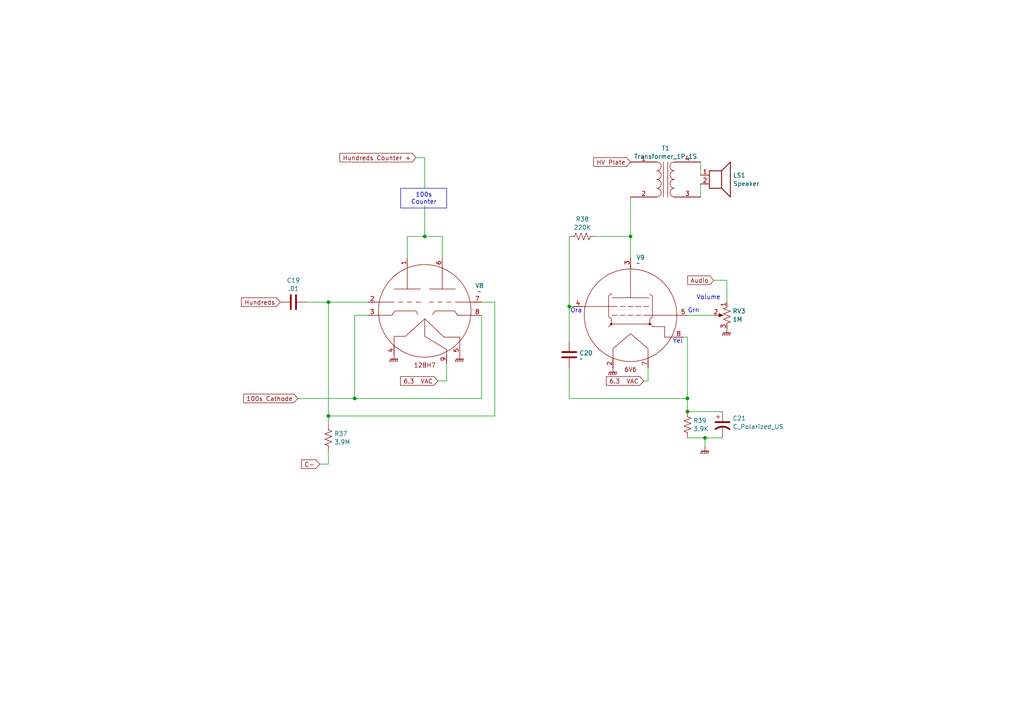
<source format=kicad_sch>
(kicad_sch (version 20250114) (generator "eeschema") (generator_version "9.0")
  (paper "A4")
  (title_block (title "General Scaler-Ratemeter RCR-1 ") (company "Nucleonics Corp of America") (comment 1 "Schematic by Steve Conklin"))
  (lib_symbols
    (symbol "Device:C" (pin_numbers (hide yes)) (pin_names (offset 0.254))
      (property "Reference" "C" (at 0.635 2.54 0))
      (property "Value" "C" (at 0.635 -2.54 0))
      (symbol "C_0_1"
        (polyline (pts (xy -2.032 0.762) (xy 2.032 0.762)) (stroke (width 0.508)))
        (polyline (pts (xy -2.032 -0.762) (xy 2.032 -0.762)) (stroke (width 0.508)))
      )
      (symbol "C_1_1"
        (pin passive line (at 0 3.81 270) (length 2.794) (name "~") (number "1"))
        (pin passive line (at 0 -3.81 90) (length 2.794) (name "~") (number "2"))
      )
    )
    (symbol "Device:C_Polarized_US" (pin_numbers (hide yes)) (pin_names (offset 0.254) (hide yes))
      (property "Reference" "C" (at 0.635 2.54 0))
      (property "Value" "C_Polarized_US" (at 0.635 -2.54 0))
      (symbol "C_Polarized_US_0_1"
        (polyline (pts (xy -2.032 0.762) (xy 2.032 0.762)) (stroke (width 0.508)))
        (polyline (pts (xy -1.778 2.286) (xy -0.762 2.286)))
        (polyline (pts (xy -1.27 1.778) (xy -1.27 2.794)))
        (arc (start -2.032 -1.27) (mid 0 -0.5572) (end 2.032 -1.27) (stroke (width 0.508)))
      )
      (symbol "C_Polarized_US_1_1"
        (pin passive line (at 0 3.81 270) (length 2.794) (name "~") (number "1"))
        (pin passive line (at 0 -3.81 90) (length 3.302) (name "~") (number "2"))
      )
    )
    (symbol "Device:R_Potentiometer_US" (pin_names (offset 1.016) (hide yes))
      (property "Reference" "RV" (at -4.445 0 90))
      (property "Value" "R_Potentiometer_US" (at -2.54 0 90))
      (symbol "R_Potentiometer_US_0_1"
        (polyline (pts (xy 0 2.54) (xy 0 2.286)))
        (polyline (pts (xy 0 2.286) (xy 1.016 1.905) (xy 0 1.524) (xy -1.016 1.143) (xy 0 0.762)))
        (polyline (pts (xy 0 0.762) (xy 1.016 0.381) (xy 0 0) (xy -1.016 -0.381) (xy 0 -0.762)))
        (polyline (pts (xy 0 -0.762) (xy 1.016 -1.143) (xy 0 -1.524) (xy -1.016 -1.905) (xy 0 -2.286)))
        (polyline (pts (xy 0 -2.286) (xy 0 -2.54)))
        (polyline (pts (xy 1.143 0) (xy 2.286 0.508) (xy 2.286 -0.508) (xy 1.143 0)) (fill (type outline)))
        (polyline (pts (xy 2.54 0) (xy 1.524 0)))
      )
      (symbol "R_Potentiometer_US_1_1"
        (pin passive line (at 0 3.81 270) (length 1.27) (name "1") (number "1"))
        (pin passive line (at 0 -3.81 90) (length 1.27) (name "3") (number "3"))
        (pin passive line (at 3.81 0 180) (length 1.27) (name "2") (number "2"))
      )
    )
    (symbol "Device:R_US" (pin_numbers (hide yes)) (pin_names (offset 0))
      (property "Reference" "R" (at 2.54 0 90))
      (property "Value" "R_US" (at -2.54 0 90))
      (symbol "R_US_0_1"
        (polyline (pts (xy 0 2.286) (xy 0 2.54)))
        (polyline (pts (xy 0 2.286) (xy 1.016 1.905) (xy 0 1.524) (xy -1.016 1.143) (xy 0 0.762)))
        (polyline (pts (xy 0 0.762) (xy 1.016 0.381) (xy 0 0) (xy -1.016 -0.381) (xy 0 -0.762)))
        (polyline (pts (xy 0 -0.762) (xy 1.016 -1.143) (xy 0 -1.524) (xy -1.016 -1.905) (xy 0 -2.286)))
        (polyline (pts (xy 0 -2.286) (xy 0 -2.54)))
      )
      (symbol "R_US_1_1"
        (pin passive line (at 0 3.81 270) (length 1.27) (name "~") (number "1"))
        (pin passive line (at 0 -3.81 90) (length 1.27) (name "~") (number "2"))
      )
    )
    (symbol "Device:Speaker" (pin_names (offset 0) (hide yes))
      (property "Reference" "LS" (at 1.27 5.715 0))
      (property "Value" "Speaker" (at 1.27 3.81 0))
      (symbol "Speaker_0_0"
        (rectangle (start -2.54 1.27) (end 1.016 -3.81) (stroke (width 0.254)))
        (polyline (pts (xy 1.016 1.27) (xy 3.556 3.81) (xy 3.556 -6.35) (xy 1.016 -3.81)) (stroke (width 0.254)))
      )
      (symbol "Speaker_1_1"
        (pin input line (at -5.08 0 0) (length 2.54) (name "1") (number "1"))
        (pin input line (at -5.08 -2.54 0) (length 2.54) (name "2") (number "2"))
      )
    )
    (symbol "Device:Transformer_1P_1S" (pin_names (offset 1.016) (hide yes))
      (property "Reference" "T" (at 0 6.35 0))
      (property "Value" "Transformer_1P_1S" (at 0 -7.62 0))
      (symbol "Transformer_1P_1S_0_1"
        (arc (start -1.27 3.81) (mid -1.656 2.9336) (end -2.54 2.5654))
        (arc (start -1.27 1.27) (mid -1.656 0.3936) (end -2.54 0.0254))
        (arc (start -1.27 -1.27) (mid -1.656 -2.1464) (end -2.54 -2.5146))
        (arc (start -1.27 -3.81) (mid -1.656 -4.6864) (end -2.54 -5.0546))
        (arc (start -2.54 5.08) (mid -1.642 4.708) (end -1.27 3.81))
        (arc (start -2.54 2.54) (mid -1.642 2.168) (end -1.27 1.27))
        (arc (start -2.54 0) (mid -1.642 -0.372) (end -1.27 -1.27))
        (arc (start -2.54 -2.54) (mid -1.642 -2.912) (end -1.27 -3.81))
        (polyline (pts (xy -0.635 5.08) (xy -0.635 -5.08)))
        (polyline (pts (xy 0.635 -5.08) (xy 0.635 5.08)))
        (arc (start 1.2954 3.81) (mid 1.6457 4.7117) (end 2.54 5.08))
        (arc (start 1.2954 1.27) (mid 1.6457 2.1717) (end 2.54 2.54))
        (arc (start 1.2954 -1.27) (mid 1.6457 -0.3683) (end 2.54 0))
        (arc (start 2.54 2.5654) (mid 1.6599 2.9299) (end 1.2954 3.81))
        (arc (start 2.54 0.0254) (mid 1.6599 0.3899) (end 1.2954 1.27))
        (arc (start 2.54 -2.5146) (mid 1.6599 -2.1501) (end 1.2954 -1.27))
        (arc (start 1.3208 -3.81) (mid 1.6711 -2.9085) (end 2.5654 -2.54))
        (arc (start 2.5654 -5.0546) (mid 1.6851 -4.6902) (end 1.3208 -3.81))
      )
      (symbol "Transformer_1P_1S_1_1"
        (pin passive line (at -10.16 5.08 0) (length 7.62) (name "AA") (number "1"))
        (pin passive line (at -10.16 -5.08 0) (length 7.62) (name "AB") (number "2"))
        (pin passive line (at 10.16 5.08 180) (length 7.62) (name "SB") (number "4"))
        (pin passive line (at 10.16 -5.08 180) (length 7.62) (name "SA") (number "3"))
      )
    )
    (symbol "ai4qr_tubes:12BH7" (pin_names (offset 0) (hide yes))
      (property "Reference" "V" (at 11.938 8.636 0))
      (symbol "12BH7_0_1"
        (polyline (pts (xy -13.97 -1.27) (xy -9.398 -1.27) (xy -9.398 -1.016)))
        (polyline (pts (xy -10.16 2.54) (xy -13.97 2.54)))
        (polyline (pts (xy -9.398 -1.016) (xy -8.636 0) (xy -2.54 0) (xy -2.032 -1.016)))
        (polyline (pts (xy -8.89 2.54) (xy -10.16 2.54)))
        (polyline (pts (xy -6.35 2.54) (xy -7.62 2.54)))
        (polyline (pts (xy -5.588 -7.366) (xy -8.89 -7.366) (xy -8.89 -10.16)))
        (polyline (pts (xy -5.08 12.7) (xy -5.08 6.35)))
        (polyline (pts (xy -3.81 2.54) (xy -5.08 2.54)))
        (polyline (pts (xy -1.27 6.35) (xy -8.89 6.35)))
        (polyline (pts (xy -1.27 2.54) (xy -2.54 2.54)))
        (circle (center 0 0) (radius 13.4212))
        (polyline (pts (xy 0 -2.286) (xy -5.588 -7.366)))
        (polyline (pts (xy 0 -2.286) (xy 5.588 -7.62)))
        (polyline (pts (xy 0 -2.54) (xy 0 -7.366) (xy 6.35 -11.176) (xy 6.35 -12.7)))
        (polyline (pts (xy 2.54 2.54) (xy 1.27 2.54)))
        (polyline (pts (xy 5.08 12.7) (xy 5.08 6.35)))
        (polyline (pts (xy 5.08 2.54) (xy 3.81 2.54)))
        (polyline (pts (xy 5.588 -7.62) (xy 10.16 -7.62) (xy 10.16 -10.16)))
        (polyline (pts (xy 7.62 2.54) (xy 6.35 2.54)))
        (polyline (pts (xy 8.89 6.35) (xy 1.27 6.35)))
        (polyline (pts (xy 9.398 -1.016) (xy 8.636 0) (xy 3.048 0) (xy 2.286 -1.016)))
        (polyline (pts (xy 10.16 2.54) (xy 8.89 2.54)))
        (polyline (pts (xy 10.16 2.54) (xy 13.97 2.54)))
        (polyline (pts (xy 13.97 -1.27) (xy 9.398 -1.27) (xy 9.398 -1.016)))
      )
      (symbol "12BH7_1_1"
        (polyline (pts (xy -6.35 -11.938) (xy -6.35 -11.938)))
        (text "12BH7" (at 0 -15.748 0) (effects (font (size 1.27 1.27))))
        (pin bidirectional line (at -16.51 2.54 0) (length 2.54) (name "") (number "2"))
        (pin bidirectional line (at -16.51 -1.27 0) (length 2.54) (name "") (number "3"))
        (pin bidirectional line (at -8.89 -12.7 90) (length 2.54) (name "") (number "4"))
        (pin bidirectional line (at -5.08 15.24 270) (length 2.54) (name "") (number "1"))
        (pin bidirectional line (at 5.08 15.24 270) (length 2.54) (name "") (number "6"))
        (pin bidirectional line (at 6.35 -15.24 90) (length 2.54) (name "") (number "9"))
        (pin bidirectional line (at 10.16 -12.7 90) (length 2.54) (name "") (number "5"))
        (pin bidirectional line (at 16.51 2.54 180) (length 2.54) (name "") (number "7"))
        (pin bidirectional line (at 16.51 -1.27 180) (length 2.54) (name "") (number "8"))
      )
    )
    (symbol "ai4qr_tubes:6V6" (pin_names (offset 0) (hide yes))
      (property "Reference" "V" (at 7.112 13.716 0))
      (symbol "6V6_0_1"
        (polyline (pts (xy -6.096 -3.048) (xy -6.35 -3.302)))
        (polyline (pts (xy -5.588 -1.016) (xy -5.588 -2.54)))
        (polyline (pts (xy -5.588 -2.54) (xy -6.096 -3.048)))
        (polyline (pts (xy -5.334 6.35) (xy -6.35 5.588) (xy -6.35 -0.508) (xy -5.588 -1.016)))
        (polyline (pts (xy -5.334 5.08) (xy 5.334 5.08)))
        (polyline (pts (xy -5.334 2.54) (xy -13.97 2.54)))
        (polyline (pts (xy -5.08 -12.7) (xy -5.08 -9.652) (xy 0 -5.334) (xy 5.08 -9.652) (xy 5.08 -12.7)))
        (polyline (pts (xy -3.81 2.54) (xy -5.334 2.54)))
        (polyline (pts (xy -3.81 0) (xy -5.334 0)))
        (polyline (pts (xy -1.524 2.54) (xy -3.048 2.54)))
        (polyline (pts (xy -1.524 0) (xy -3.048 0)))
        (polyline (pts (xy -0.762 0) (xy 0.762 0)))
        (polyline (pts (xy 0 5.08) (xy 0 14.224)))
        (polyline (pts (xy 0 2.54) (xy -0.762 2.54)))
        (polyline (pts (xy 0 2.54) (xy 0.762 2.54)))
        (circle (center 0 0) (radius 13.4212))
        (polyline (pts (xy 1.524 2.54) (xy 3.048 2.54)))
        (polyline (pts (xy 1.524 0) (xy 3.048 0)))
        (polyline (pts (xy 3.81 2.54) (xy 5.334 2.54)))
        (polyline (pts (xy 3.81 0) (xy 5.334 0)))
        (polyline (pts (xy 5.08 0) (xy 13.97 0)))
        (polyline (pts (xy 5.588 6.096) (xy 6.35 5.588) (xy 6.35 -0.508) (xy 5.588 -1.016) (xy 5.588 -2.54)))
        (polyline (pts (xy 5.842 -2.54) (xy 6.35 -3.302)))
        (polyline (pts (xy 6.35 -3.302) (xy 9.906 -3.302) (xy 9.906 -6.35) (xy 12.7 -6.35)))
      )
      (symbol "6V6_1_1"
        (polyline (pts (xy -6.35 -11.938) (xy -6.35 -11.938)))
        (circle (center -5.588 -2.54) (radius 0.254) (fill (type outline)))
        (polyline (pts (xy 5.588 -2.54) (xy -5.588 -2.54)) (fill (type outline)))
        (circle (center 5.588 -2.54) (radius 0.254) (fill (type outline)))
        (text "6V6" (at 0 -15.748 0) (effects (font (size 1.27 1.27))))
        (pin bidirectional line (at -16.51 2.54 0) (length 2.54) (name "") (number "4"))
        (pin bidirectional line (at -5.08 -15.24 90) (length 2.54) (name "") (number "2"))
        (pin bidirectional line (at 0 16.51 270) (length 2.54) (name "") (number "3"))
        (pin bidirectional line (at 5.08 -15.24 90) (length 2.54) (name "") (number "7"))
        (pin bidirectional line (at 15.24 -6.35 180) (length 2.54) (name "") (number "8"))
        (pin bidirectional line (at 16.51 0 180) (length 2.54) (name "") (number "5"))
      )
    )
    (symbol "power:GNDPWR" (power) (pin_numbers (hide yes)) (pin_names (offset 0) (hide yes))
      (property "Value" "GNDPWR" (at 0 -3.302 0))
      (symbol "GNDPWR_0_1"
        (polyline (pts (xy -1.016 -1.27) (xy -1.27 -2.032) (xy -1.27 -2.032)) (stroke (width 0.2032)))
        (polyline (pts (xy -0.508 -1.27) (xy -0.762 -2.032) (xy -0.762 -2.032)) (stroke (width 0.2032)))
        (polyline (pts (xy 0 -1.27) (xy 0 0)))
        (polyline (pts (xy 0 -1.27) (xy -0.254 -2.032) (xy -0.254 -2.032)) (stroke (width 0.2032)))
        (polyline (pts (xy 0.508 -1.27) (xy 0.254 -2.032) (xy 0.254 -2.032)) (stroke (width 0.2032)))
        (polyline (pts (xy 1.016 -1.27) (xy -1.016 -1.27) (xy -1.016 -1.27)) (stroke (width 0.2032)))
        (polyline (pts (xy 1.016 -1.27) (xy 0.762 -2.032) (xy 0.762 -2.032) (xy 0.762 -2.032)) (stroke (width 0.2032)))
      )
      (symbol "GNDPWR_1_1"
        (pin power_in line (at 0 0 270) (length 0) (name "~") (number "1"))
      )
    )
  )
  (rectangle (start 116.205 54.61) (end 129.54 60.325))
  (text "Grn" (at 201.168 90.17 0) (effects (font (size 1.27 1.27))))
  (text "Yel" (at 196.596 99.06 0) (effects (font (size 1.27 1.27))))
  (text "Ora" (at 167.132 90.17 0) (effects (font (size 1.27 1.27))))
  (text "Volume" (at 205.486 86.36 0) (effects (font (size 1.27 1.27))))
  (text "100s\nCounter" (at 122.936 57.658 0) (effects (font (size 1.27 1.27))))
  (junction (at 182.88 68.58))
  (junction (at 102.87 115.57))
  (junction (at 95.25 120.65))
  (junction (at 95.25 87.63))
  (junction (at 123.19 68.58))
  (junction (at 204.47 127))
  (junction (at 165.1 88.9))
  (junction (at 199.39 115.57))
  (junction (at 199.39 119.38))
  (wire (pts (xy 123.19 68.58) (xy 118.11 68.58)))
  (wire (pts (xy 182.88 74.93) (xy 182.88 68.58)))
  (wire (pts (xy 88.9 87.63) (xy 95.25 87.63)))
  (wire (pts (xy 204.47 127) (xy 204.47 129.54)))
  (wire (pts (xy 165.1 106.68) (xy 165.1 115.57)))
  (wire (pts (xy 207.01 81.28) (xy 210.82 81.28)))
  (wire (pts (xy 187.96 106.68) (xy 187.96 110.49)))
  (wire (pts (xy 127 110.49) (xy 129.54 110.49)))
  (wire (pts (xy 102.87 91.44) (xy 106.68 91.44)))
  (wire (pts (xy 165.1 68.58) (xy 165.1 88.9)))
  (wire (pts (xy 139.7 115.57) (xy 139.7 91.44)))
  (wire (pts (xy 123.19 59.69) (xy 123.19 68.58)))
  (wire (pts (xy 129.54 110.49) (xy 129.54 105.41)))
  (wire (pts (xy 165.1 115.57) (xy 199.39 115.57)))
  (wire (pts (xy 199.39 119.38) (xy 209.55 119.38)))
  (wire (pts (xy 86.36 115.57) (xy 102.87 115.57)))
  (wire (pts (xy 199.39 127) (xy 204.47 127)))
  (wire (pts (xy 95.25 87.63) (xy 95.25 120.65)))
  (wire (pts (xy 198.12 97.79) (xy 199.39 97.79)))
  (wire (pts (xy 203.2 46.99) (xy 203.2 50.8)))
  (wire (pts (xy 143.51 120.65) (xy 143.51 87.63)))
  (wire (pts (xy 182.88 68.58) (xy 172.72 68.58)))
  (wire (pts (xy 199.39 115.57) (xy 199.39 119.38)))
  (wire (pts (xy 165.1 88.9) (xy 165.1 99.06)))
  (wire (pts (xy 95.25 120.65) (xy 95.25 123.19)))
  (wire (pts (xy 128.27 68.58) (xy 123.19 68.58)))
  (wire (pts (xy 102.87 115.57) (xy 102.87 91.44)))
  (wire (pts (xy 118.11 68.58) (xy 118.11 74.93)))
  (wire (pts (xy 120.65 45.72) (xy 123.19 45.72)))
  (wire (pts (xy 199.39 97.79) (xy 199.39 115.57)))
  (wire (pts (xy 128.27 74.93) (xy 128.27 68.58)))
  (wire (pts (xy 95.25 120.65) (xy 143.51 120.65)))
  (wire (pts (xy 199.39 91.44) (xy 207.01 91.44)))
  (wire (pts (xy 182.88 57.15) (xy 182.88 68.58)))
  (wire (pts (xy 143.51 87.63) (xy 139.7 87.63)))
  (wire (pts (xy 210.82 81.28) (xy 210.82 87.63)))
  (wire (pts (xy 95.25 134.62) (xy 92.71 134.62)))
  (wire (pts (xy 123.19 54.61) (xy 123.19 45.72)))
  (wire (pts (xy 204.47 127) (xy 209.55 127)))
  (wire (pts (xy 95.25 130.81) (xy 95.25 134.62)))
  (wire (pts (xy 95.25 87.63) (xy 106.68 87.63)))
  (wire (pts (xy 165.1 88.9) (xy 166.37 88.9)))
  (wire (pts (xy 187.96 110.49) (xy 186.69 110.49)))
  (wire (pts (xy 203.2 53.34) (xy 203.2 57.15)))
  (wire (pts (xy 102.87 115.57) (xy 139.7 115.57)))
  (global_label "100s Cathode" (shape input) (at 86.36 115.57 180) (property "Intersheetrefs" "${INTERSHEET_REFS}" (effects (hide yes))))
  (global_label "HV Plate" (shape input) (at 182.88 46.99 180) (property "Intersheetrefs" "${INTERSHEET_REFS}" (effects (hide yes))))
  (global_label "6.3  VAC" (shape input) (at 127 110.49 180) (property "Intersheetrefs" "${INTERSHEET_REFS}" (effects (hide yes))))
  (global_label "C-" (shape input) (at 92.71 134.62 180) (property "Intersheetrefs" "${INTERSHEET_REFS}" (effects (hide yes))))
  (global_label "6.3  VAC" (shape input) (at 186.69 110.49 180) (property "Intersheetrefs" "${INTERSHEET_REFS}" (effects (hide yes))))
  (global_label "Hundreds" (shape input) (at 81.28 87.63 180) (property "Intersheetrefs" "${INTERSHEET_REFS}" (effects (hide yes))))
  (global_label "Audio" (shape input) (at 207.01 81.28 180) (property "Intersheetrefs" "${INTERSHEET_REFS}" (effects (hide yes))))
  (global_label "Hundreds Counter +" (shape input) (at 120.65 45.72 180) (property "Intersheetrefs" "${INTERSHEET_REFS}" (effects (hide yes))))
  (symbol (lib_id "Device:C_Polarized_US") (at 209.55 123.19 0) (unit 1)
    (property "Reference" "C21" (at 212.471 121.3428 0) (effects (justify left)))
    (property "Value" "C_Polarized_US" (at 212.471 123.7671 0) (effects (justify left)))
    (property "Description" "Polarized capacitor, US symbol" (effects (hide yes)))
  )
  (symbol (lib_id "Device:R_US") (at 95.25 127 0) (unit 1)
    (property "Reference" "R37" (at 96.901 125.7878 0) (effects (justify left)))
    (property "Value" "3.9M" (at 96.901 128.2121 0) (effects (justify left)))
    (property "Description" "Resistor, US symbol" (effects (hide yes)))
  )
  (symbol (lib_id "ai4qr_tubes:12BH7") (at 123.19 90.17 0) (unit 1)
    (property "Reference" "V8" (at 139.0552 82.8693 0))
    (property "Value" "~" (at 139.0552 84.5507 0))
  )
  (symbol (lib_id "ai4qr_tubes:6V6") (at 182.88 91.44 0) (unit 1)
    (property "Reference" "V9" (at 184.5311 74.6844 0) (effects (justify left)))
    (property "Value" "~" (at 184.5311 76.3658 0) (effects (justify left)))
  )
  (symbol (lib_id "Device:R_US") (at 168.91 68.58 90) (unit 1)
    (property "Reference" "R38" (at 168.91 63.5465 90))
    (property "Value" "220K" (at 168.91 65.9708 90))
    (property "Description" "Resistor, US symbol" (effects (hide yes)))
  )
  (symbol (lib_id "power:GNDPWR") (at 114.3 102.87 0) (unit 1)
    (property "Reference" "#PWR026" (effects (hide yes)))
    (property "Value" "GNDPWR" (effects (hide yes)))
    (property "Description" "Power symbol creates a global label with name \"GNDPWR\" , global ground" (effects (hide yes)))
  )
  (symbol (lib_id "power:GNDPWR") (at 177.8 106.68 0) (unit 1)
    (property "Reference" "#PWR033" (effects (hide yes)))
    (property "Value" "GNDPWR" (effects (hide yes)))
    (property "Description" "Power symbol creates a global label with name \"GNDPWR\" , global ground" (effects (hide yes)))
  )
  (symbol (lib_id "power:GNDPWR") (at 204.47 129.54 0) (unit 1)
    (property "Reference" "#PWR034" (effects (hide yes)))
    (property "Value" "GNDPWR" (effects (hide yes)))
    (property "Description" "Power symbol creates a global label with name \"GNDPWR\" , global ground" (effects (hide yes)))
  )
  (symbol (lib_id "power:GNDPWR") (at 210.82 95.25 0) (unit 1)
    (property "Reference" "#PWR035" (effects (hide yes)))
    (property "Value" "GNDPWR" (effects (hide yes)))
    (property "Description" "Power symbol creates a global label with name \"GNDPWR\" , global ground" (effects (hide yes)))
  )
  (symbol (lib_id "power:GNDPWR") (at 133.35 102.87 0) (unit 1)
    (property "Reference" "#PWR027" (effects (hide yes)))
    (property "Value" "GNDPWR" (effects (hide yes)))
    (property "Description" "Power symbol creates a global label with name \"GNDPWR\" , global ground" (effects (hide yes)))
  )
  (symbol (lib_id "Device:R_US") (at 199.39 123.19 0) (unit 1)
    (property "Reference" "R39" (at 201.041 121.9778 0) (effects (justify left)))
    (property "Value" "3.9K" (at 201.041 124.4021 0) (effects (justify left)))
    (property "Description" "Resistor, US symbol" (effects (hide yes)))
  )
  (symbol (lib_id "Device:R_Potentiometer_US") (at 210.82 91.44 0) (mirror y) (unit 1)
    (property "Reference" "RV3" (at 212.471 90.2278 0) (effects (justify right)))
    (property "Value" "1M" (at 212.471 92.6521 0) (effects (justify right)))
    (property "Description" "Potentiometer, US symbol" (effects (hide yes)))
  )
  (symbol (lib_id "Device:C") (at 165.1 102.87 180) (unit 1)
    (property "Reference" "C20" (at 168.021 102.4008 0) (effects (justify right)))
    (property "Value" "~" (at 168.021 104.0822 0) (effects (justify right)))
    (property "Description" "Unpolarized capacitor" (effects (hide yes)))
  )
  (symbol (lib_id "Device:C") (at 85.09 87.63 90) (unit 1)
    (property "Reference" "C19" (at 85.09 81.3265 90))
    (property "Value" ".01" (at 85.09 83.7508 90))
    (property "Description" "Unpolarized capacitor" (effects (hide yes)))
  )
  (symbol (lib_id "Device:Speaker") (at 208.28 50.8 0) (unit 1)
    (property "Reference" "LS1" (at 212.598 50.8578 0) (effects (justify left)))
    (property "Value" "Speaker" (at 212.598 53.2821 0) (effects (justify left)))
    (property "Description" "Speaker" (effects (hide yes)))
  )
  (symbol (lib_id "Device:Transformer_1P_1S") (at 193.04 52.07 0) (unit 1)
    (property "Reference" "T1" (at 193.0527 42.9722 0))
    (property "Value" "Transformer_1P_1S" (at 193.0527 45.3965 0))
    (property "Description" "Transformer, single primary, single secondary" (effects (hide yes)))
  )
)
</source>
